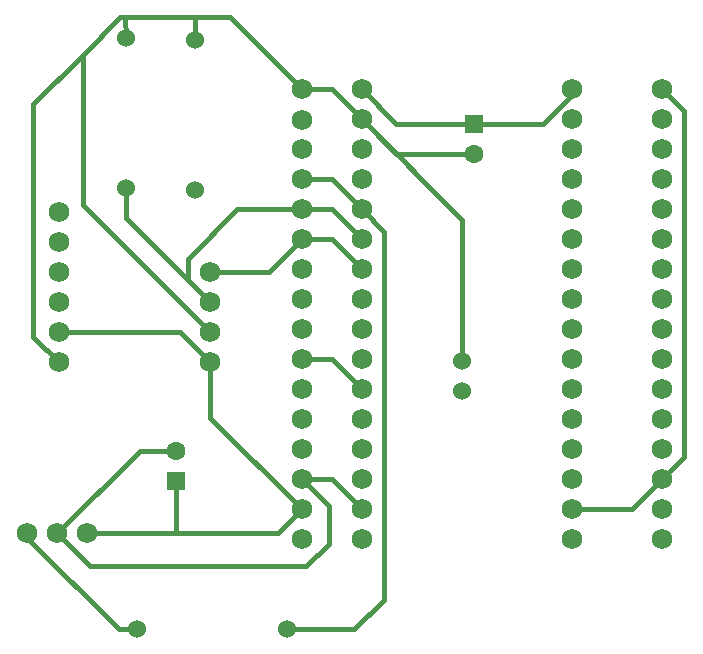
<source format=gbl>
G04 Layer: BottomLayer*
G04 EasyEDA v6.5.50, 2025-08-07 17:35:19*
G04 907c9f2fc05643d1a7414bf7d8136ec9,1ea6220676e248c9a5f209c00a71ac29,10*
G04 Gerber Generator version 0.2*
G04 Scale: 100 percent, Rotated: No, Reflected: No *
G04 Dimensions in millimeters *
G04 leading zeros omitted , absolute positions ,4 integer and 5 decimal *
%FSLAX45Y45*%
%MOMM*%

%ADD10C,0.4000*%
%ADD11C,1.7500*%
%ADD12C,1.5240*%
%ADD13R,1.6002X1.6002*%
%ADD14C,1.6002*%
%ADD15C,0.0185*%

%LPD*%
D10*
X5397497Y8166087D02*
G01*
X5583283Y7980293D01*
X5587989Y5054589D01*
X5397500Y4864084D01*
X4635500Y4610084D02*
G01*
X5143500Y4610084D01*
X5397500Y4864084D01*
X858796Y8597874D02*
G01*
X858796Y8605781D01*
X854567Y8775687D01*
X2222497Y3594087D02*
G01*
X2797284Y3594087D01*
X3047997Y3844800D01*
X3047997Y6959587D01*
X2857497Y7150087D01*
X2349497Y4864087D02*
G01*
X2603497Y4864087D01*
X2857497Y4610087D01*
X2349497Y8166087D02*
G01*
X2603497Y8166087D01*
X2857497Y7912087D01*
X3809997Y7873987D02*
G01*
X4394197Y7873987D01*
X4635497Y8115287D01*
X4635497Y8166087D01*
X3809997Y7873987D02*
G01*
X3149597Y7873987D01*
X2857497Y8166087D01*
X2349497Y5880087D02*
G01*
X2603497Y5880087D01*
X2857497Y5626087D01*
X952502Y3594087D02*
G01*
X800102Y3594087D01*
X25402Y4368787D01*
X25402Y4406887D01*
X2349497Y6896087D02*
G01*
X2603497Y6896087D01*
X2857497Y6642087D01*
X2349497Y7150087D02*
G01*
X2603497Y7150087D01*
X2857497Y6896087D01*
X2349497Y7404087D02*
G01*
X2603497Y7404087D01*
X2857497Y7150087D01*
X3809997Y7619987D02*
G01*
X3149597Y7619987D01*
X2857497Y7912087D01*
X1282702Y4851387D02*
G01*
X1282702Y4406887D01*
X1206502Y4406887D01*
X1282702Y5105387D02*
G01*
X977902Y5105387D01*
X279402Y4406887D01*
X3708397Y5867387D02*
G01*
X3708397Y7061187D01*
X2857497Y7912087D01*
X279402Y4406887D02*
G01*
X558802Y4127487D01*
X2387597Y4127487D01*
X2578097Y4317987D01*
X2578097Y4635487D01*
X2349497Y4864087D01*
X533402Y4406887D02*
G01*
X2146297Y4406887D01*
X2349497Y4610087D01*
X292102Y5854687D02*
G01*
X76202Y6070587D01*
X76202Y8039087D01*
X495302Y8458187D01*
X292102Y6108687D02*
G01*
X1321813Y6108687D01*
X1574802Y5855698D01*
X858796Y7327874D02*
G01*
X858796Y7079703D01*
X1574802Y6363698D01*
X1447802Y8585187D02*
G01*
X1444975Y8775687D01*
X1574802Y6109698D02*
G01*
X495302Y7189198D01*
X495302Y8458187D01*
X812802Y8775687D01*
X1739902Y8775687D01*
X2349497Y8166087D01*
X1574802Y5855698D02*
G01*
X1574802Y5384787D01*
X2349497Y4610087D01*
X1574802Y6363698D02*
G01*
X1384302Y6554198D01*
X1384302Y6731998D01*
X1802386Y7150087D01*
X2349497Y7150087D01*
X1574802Y6617698D02*
G01*
X2071113Y6617698D01*
X2349497Y6896087D01*
D11*
G01*
X1574800Y6617700D03*
G01*
X1574800Y6363700D03*
G01*
X1574800Y6109700D03*
G01*
X1574800Y5855700D03*
D12*
G01*
X858794Y8597884D03*
G01*
X858794Y7327884D03*
D11*
G01*
X2349500Y8166084D03*
G01*
X2349576Y7911043D03*
G01*
X2349500Y7658084D03*
G01*
X2349500Y7404084D03*
G01*
X2349500Y7150084D03*
G01*
X2349500Y6896084D03*
G01*
X2349500Y6642084D03*
G01*
X2349500Y6388084D03*
G01*
X2349500Y6134084D03*
G01*
X2349500Y5880084D03*
G01*
X2349500Y5626084D03*
G01*
X2349500Y5372084D03*
G01*
X2349500Y5118084D03*
G01*
X2349500Y4864084D03*
G01*
X2349500Y4610084D03*
G01*
X2349500Y4356084D03*
G01*
X4635500Y4356084D03*
G01*
X4635500Y4610084D03*
G01*
X4635500Y4864084D03*
G01*
X4635500Y5118084D03*
G01*
X4635500Y5372084D03*
G01*
X4635500Y5626084D03*
G01*
X4635500Y5880084D03*
G01*
X4635500Y6134084D03*
G01*
X4635500Y6388084D03*
G01*
X4635500Y6642084D03*
G01*
X4635500Y6896084D03*
G01*
X4635500Y7150084D03*
G01*
X4635500Y7404084D03*
G01*
X4635500Y7658084D03*
G01*
X4635500Y7912084D03*
G01*
X4635500Y8166084D03*
G01*
X5397500Y8166084D03*
G01*
X2857500Y8166084D03*
G01*
X2857500Y7912084D03*
G01*
X2857500Y7658084D03*
G01*
X2857500Y7404084D03*
G01*
X2857500Y7150084D03*
G01*
X2857500Y6896084D03*
G01*
X2857500Y6642084D03*
G01*
X2857500Y6388084D03*
G01*
X2857500Y6134084D03*
G01*
X2857500Y5880084D03*
G01*
X2857500Y5626084D03*
G01*
X2857500Y5372084D03*
G01*
X2857500Y4610084D03*
G01*
X2857500Y5118084D03*
G01*
X2857500Y4864084D03*
G01*
X2857500Y4356084D03*
G01*
X5397500Y7912084D03*
G01*
X5397500Y7658084D03*
G01*
X5397500Y7404084D03*
G01*
X5397500Y7150084D03*
G01*
X5397500Y6896084D03*
G01*
X5397500Y6642084D03*
G01*
X5397500Y6388084D03*
G01*
X5397500Y6134084D03*
G01*
X5397500Y5880084D03*
G01*
X5397500Y5626084D03*
G01*
X5397500Y5372084D03*
G01*
X5397500Y5118084D03*
G01*
X5397500Y4864084D03*
G01*
X5397500Y4610084D03*
G01*
X5397500Y4356084D03*
D13*
G01*
X3810000Y7873984D03*
D14*
G01*
X3810000Y7619984D03*
D13*
G01*
X1282700Y4851384D03*
D14*
G01*
X1282700Y5105384D03*
D11*
G01*
X533400Y4406884D03*
G01*
X279400Y4406884D03*
G01*
X25400Y4406884D03*
D12*
G01*
X1447800Y8585184D03*
G01*
X1447800Y7315184D03*
G01*
X2222500Y3594084D03*
G01*
X952500Y3594084D03*
G01*
X3708400Y5867384D03*
G01*
X3708400Y5613384D03*
D11*
G01*
X292100Y7124684D03*
G01*
X292100Y6870684D03*
G01*
X292100Y6616684D03*
G01*
X292100Y6362684D03*
G01*
X292100Y6108684D03*
G01*
X292100Y5854684D03*
M02*

</source>
